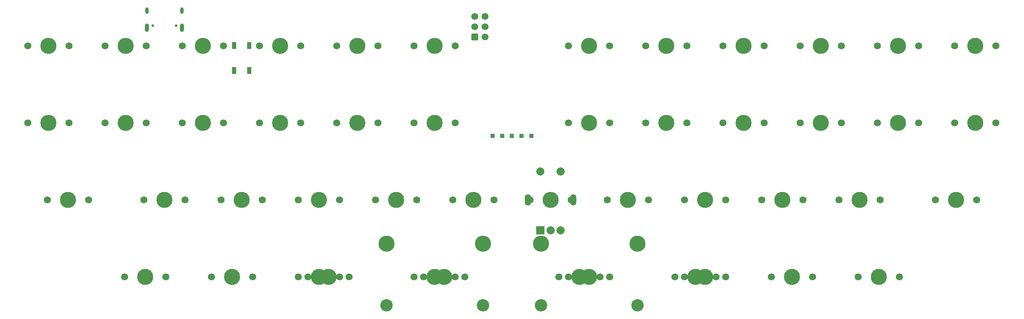
<source format=gts>
%TF.GenerationSoftware,KiCad,Pcbnew,7.0.6*%
%TF.CreationDate,2023-08-26T01:37:11-04:00*%
%TF.ProjectId,Vault45_alpha,5661756c-7434-4355-9f61-6c7068612e6b,rev?*%
%TF.SameCoordinates,PX18faf56PY663131a*%
%TF.FileFunction,Soldermask,Top*%
%TF.FilePolarity,Negative*%
%FSLAX46Y46*%
G04 Gerber Fmt 4.6, Leading zero omitted, Abs format (unit mm)*
G04 Created by KiCad (PCBNEW 7.0.6) date 2023-08-26 01:37:11*
%MOMM*%
%LPD*%
G01*
G04 APERTURE LIST*
G04 Aperture macros list*
%AMRoundRect*
0 Rectangle with rounded corners*
0 $1 Rounding radius*
0 $2 $3 $4 $5 $6 $7 $8 $9 X,Y pos of 4 corners*
0 Add a 4 corners polygon primitive as box body*
4,1,4,$2,$3,$4,$5,$6,$7,$8,$9,$2,$3,0*
0 Add four circle primitives for the rounded corners*
1,1,$1+$1,$2,$3*
1,1,$1+$1,$4,$5*
1,1,$1+$1,$6,$7*
1,1,$1+$1,$8,$9*
0 Add four rect primitives between the rounded corners*
20,1,$1+$1,$2,$3,$4,$5,0*
20,1,$1+$1,$4,$5,$6,$7,0*
20,1,$1+$1,$6,$7,$8,$9,0*
20,1,$1+$1,$8,$9,$2,$3,0*%
G04 Aperture macros list end*
%ADD10C,1.750000*%
%ADD11C,3.987800*%
%ADD12C,3.048000*%
%ADD13C,2.000000*%
%ADD14R,2.000000X2.000000*%
%ADD15O,1.500000X2.800000*%
%ADD16R,1.100000X1.800000*%
%ADD17R,1.000000X1.000000*%
%ADD18C,0.650000*%
%ADD19O,0.800000X1.600000*%
%ADD20O,1.000000X2.100000*%
%ADD21RoundRect,0.250000X-0.600000X-0.600000X0.600000X-0.600000X0.600000X0.600000X-0.600000X0.600000X0*%
%ADD22C,1.700000*%
G04 APERTURE END LIST*
D10*
X187801434Y9524918D03*
D11*
X192881434Y9524918D03*
D10*
X197961434Y9524918D03*
D11*
X154781250Y17780000D03*
X130968750Y17780000D03*
D12*
X154781250Y2540000D03*
X130968750Y2540000D03*
D10*
X147955000Y9525000D03*
X137795000Y9525000D03*
D11*
X142875000Y9525000D03*
X116681250Y17779730D03*
X92868750Y17779730D03*
D12*
X116681250Y2539730D03*
X92868750Y2539730D03*
D10*
X109855000Y9524730D03*
X99695000Y9524730D03*
D11*
X104775000Y9524730D03*
D10*
X219392702Y9524918D03*
X209232702Y9524918D03*
D11*
X214312702Y9524918D03*
D10*
X38417500Y9525000D03*
X28257500Y9525000D03*
D11*
X33337500Y9525000D03*
D10*
X71120000Y28574730D03*
D11*
X76200000Y28574730D03*
D10*
X81280000Y28574730D03*
X90170000Y28574730D03*
D11*
X95250000Y28574730D03*
D10*
X100330000Y28574730D03*
X204470000Y28574730D03*
D11*
X209550000Y28574730D03*
D10*
X214630000Y28574730D03*
X156845000Y47624730D03*
D11*
X161925000Y47624730D03*
D10*
X167005000Y47624730D03*
D13*
X130850000Y35598029D03*
X135850000Y35598029D03*
X133350000Y21098029D03*
X135850000Y21098029D03*
D14*
X130850000Y21098029D03*
D15*
X127750000Y28635329D03*
X138950000Y28598029D03*
D10*
X194945000Y66674730D03*
D11*
X200025000Y66674730D03*
D10*
X205105000Y66674730D03*
X73501250Y9525000D03*
D11*
X78581250Y9525000D03*
D10*
X83661250Y9525000D03*
X4445000Y66674730D03*
D11*
X9525000Y66674730D03*
D10*
X14605000Y66674730D03*
D16*
X55300048Y60598221D03*
X55300048Y66798221D03*
X59000048Y60598221D03*
X59000048Y66798221D03*
D10*
X213995000Y66674730D03*
D11*
X219075000Y66674730D03*
D10*
X224155000Y66674730D03*
D17*
X123825000Y44449730D03*
D10*
X49688750Y9524730D03*
D11*
X54768750Y9524730D03*
D10*
X59848750Y9524730D03*
X175895000Y66674730D03*
D11*
X180975000Y66674730D03*
D10*
X186055000Y66674730D03*
X185420000Y28574730D03*
D11*
X190500000Y28574730D03*
D10*
X195580000Y28574730D03*
X194945000Y47624730D03*
D11*
X200025000Y47624730D03*
D10*
X205105000Y47624730D03*
X156845000Y66674730D03*
D11*
X161925000Y66674730D03*
D10*
X167005000Y66674730D03*
X23495000Y47624730D03*
D11*
X28575000Y47624730D03*
D10*
X33655000Y47624730D03*
D17*
X121443750Y44449730D03*
D10*
X61595000Y47624730D03*
D11*
X66675000Y47624730D03*
D10*
X71755000Y47624730D03*
X128270000Y28574730D03*
D11*
X133350000Y28574730D03*
D10*
X138430000Y28574730D03*
X42545000Y47624730D03*
D11*
X47625000Y47624730D03*
D10*
X52705000Y47624730D03*
D17*
X119062500Y44449730D03*
D10*
X213995000Y47624730D03*
D11*
X219075000Y47624730D03*
D10*
X224155000Y47624730D03*
X166370166Y9524918D03*
D11*
X171450166Y9524918D03*
D10*
X176530166Y9524918D03*
X137795000Y47624730D03*
D11*
X142875000Y47624730D03*
D10*
X147955000Y47624730D03*
X33020000Y28574730D03*
D11*
X38100000Y28574730D03*
D10*
X43180000Y28574730D03*
D17*
X126206250Y44449730D03*
D10*
X102076250Y9525000D03*
D11*
X107156250Y9525000D03*
D10*
X112236250Y9525000D03*
X147320000Y28574730D03*
D11*
X152400000Y28574730D03*
D10*
X157480000Y28574730D03*
X99695000Y66674730D03*
D11*
X104775000Y66674730D03*
D10*
X109855000Y66674730D03*
X4445000Y47624730D03*
D11*
X9525000Y47624730D03*
D10*
X14605000Y47624730D03*
D17*
X128587500Y44449730D03*
D10*
X9207467Y28574934D03*
D11*
X14287467Y28574934D03*
D10*
X19367467Y28574934D03*
X42545000Y66674730D03*
D11*
X47625000Y66674730D03*
D10*
X52705000Y66674730D03*
X71120000Y9524730D03*
D11*
X76200000Y9524730D03*
D10*
X81280000Y9524730D03*
X99695000Y47624730D03*
D11*
X104775000Y47624730D03*
D10*
X109855000Y47624730D03*
X233045000Y66674730D03*
D11*
X238125000Y66674730D03*
D10*
X243205000Y66674730D03*
X80645000Y66674730D03*
D11*
X85725000Y66674730D03*
D10*
X90805000Y66674730D03*
X233045000Y47624730D03*
D11*
X238125000Y47624730D03*
D10*
X243205000Y47624730D03*
X228282500Y28574730D03*
D11*
X233362500Y28574730D03*
D10*
X238442500Y28574730D03*
X166370000Y28574730D03*
D11*
X171450000Y28574730D03*
D10*
X176530000Y28574730D03*
X135413750Y9524730D03*
D11*
X140493750Y9524730D03*
D10*
X145573750Y9524730D03*
X80645000Y47624730D03*
D11*
X85725000Y47624730D03*
D10*
X90805000Y47624730D03*
X163988750Y9524918D03*
D11*
X169068750Y9524918D03*
D10*
X174148750Y9524918D03*
X137795000Y66674730D03*
D11*
X142875000Y66674730D03*
D10*
X147955000Y66674730D03*
X109220000Y28574730D03*
D11*
X114300000Y28574730D03*
D10*
X119380000Y28574730D03*
X52070000Y28574730D03*
D11*
X57150000Y28574730D03*
D10*
X62230000Y28574730D03*
X175895000Y47624730D03*
D11*
X180975000Y47624730D03*
D10*
X186055000Y47624730D03*
X23495000Y66674730D03*
D11*
X28575000Y66674730D03*
D10*
X33655000Y66674730D03*
X61595000Y66674730D03*
D11*
X66675000Y66674730D03*
D10*
X71755000Y66674730D03*
D18*
X35210032Y71735913D03*
X40990032Y71735913D03*
D19*
X33780032Y75385913D03*
D20*
X33780032Y71205913D03*
D19*
X42420032Y75385913D03*
D20*
X42420032Y71205913D03*
D21*
X114617500Y68897230D03*
D22*
X117157500Y68897230D03*
X114617500Y71437230D03*
X117157500Y71437230D03*
X114617500Y73977230D03*
X117157500Y73977230D03*
M02*

</source>
